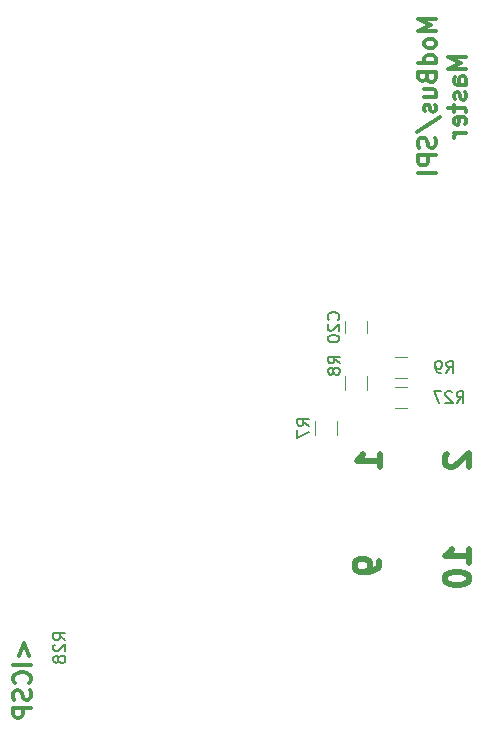
<source format=gbr>
G04 #@! TF.GenerationSoftware,KiCad,Pcbnew,(5.0.0)*
G04 #@! TF.CreationDate,2018-12-13T19:33:25+01:00*
G04 #@! TF.ProjectId,TrackModBusMaster_piggyback,547261636B4D6F644275734D61737465,rev?*
G04 #@! TF.SameCoordinates,Original*
G04 #@! TF.FileFunction,Legend,Bot*
G04 #@! TF.FilePolarity,Positive*
%FSLAX46Y46*%
G04 Gerber Fmt 4.6, Leading zero omitted, Abs format (unit mm)*
G04 Created by KiCad (PCBNEW (5.0.0)) date 12/13/18 19:33:25*
%MOMM*%
%LPD*%
G01*
G04 APERTURE LIST*
%ADD10C,0.300000*%
%ADD11C,0.500000*%
%ADD12C,0.120000*%
%ADD13C,0.150000*%
G04 APERTURE END LIST*
D10*
X106358571Y-106458000D02*
X106787142Y-105315142D01*
X107215714Y-106458000D01*
X107358571Y-107172285D02*
X105858571Y-107172285D01*
X107215714Y-108743714D02*
X107287142Y-108672285D01*
X107358571Y-108458000D01*
X107358571Y-108315142D01*
X107287142Y-108100857D01*
X107144285Y-107958000D01*
X107001428Y-107886571D01*
X106715714Y-107815142D01*
X106501428Y-107815142D01*
X106215714Y-107886571D01*
X106072857Y-107958000D01*
X105930000Y-108100857D01*
X105858571Y-108315142D01*
X105858571Y-108458000D01*
X105930000Y-108672285D01*
X106001428Y-108743714D01*
X107287142Y-109315142D02*
X107358571Y-109529428D01*
X107358571Y-109886571D01*
X107287142Y-110029428D01*
X107215714Y-110100857D01*
X107072857Y-110172285D01*
X106930000Y-110172285D01*
X106787142Y-110100857D01*
X106715714Y-110029428D01*
X106644285Y-109886571D01*
X106572857Y-109600857D01*
X106501428Y-109458000D01*
X106430000Y-109386571D01*
X106287142Y-109315142D01*
X106144285Y-109315142D01*
X106001428Y-109386571D01*
X105930000Y-109458000D01*
X105858571Y-109600857D01*
X105858571Y-109958000D01*
X105930000Y-110172285D01*
X107358571Y-110815142D02*
X105858571Y-110815142D01*
X105858571Y-111386571D01*
X105930000Y-111529428D01*
X106001428Y-111600857D01*
X106144285Y-111672285D01*
X106358571Y-111672285D01*
X106501428Y-111600857D01*
X106572857Y-111529428D01*
X106644285Y-111386571D01*
X106644285Y-110815142D01*
X141643571Y-52555000D02*
X140143571Y-52555000D01*
X141215000Y-53055000D01*
X140143571Y-53555000D01*
X141643571Y-53555000D01*
X141643571Y-54483571D02*
X141572142Y-54340714D01*
X141500714Y-54269285D01*
X141357857Y-54197857D01*
X140929285Y-54197857D01*
X140786428Y-54269285D01*
X140715000Y-54340714D01*
X140643571Y-54483571D01*
X140643571Y-54697857D01*
X140715000Y-54840714D01*
X140786428Y-54912142D01*
X140929285Y-54983571D01*
X141357857Y-54983571D01*
X141500714Y-54912142D01*
X141572142Y-54840714D01*
X141643571Y-54697857D01*
X141643571Y-54483571D01*
X141643571Y-56269285D02*
X140143571Y-56269285D01*
X141572142Y-56269285D02*
X141643571Y-56126428D01*
X141643571Y-55840714D01*
X141572142Y-55697857D01*
X141500714Y-55626428D01*
X141357857Y-55555000D01*
X140929285Y-55555000D01*
X140786428Y-55626428D01*
X140715000Y-55697857D01*
X140643571Y-55840714D01*
X140643571Y-56126428D01*
X140715000Y-56269285D01*
X140857857Y-57483571D02*
X140929285Y-57697857D01*
X141000714Y-57769285D01*
X141143571Y-57840714D01*
X141357857Y-57840714D01*
X141500714Y-57769285D01*
X141572142Y-57697857D01*
X141643571Y-57555000D01*
X141643571Y-56983571D01*
X140143571Y-56983571D01*
X140143571Y-57483571D01*
X140215000Y-57626428D01*
X140286428Y-57697857D01*
X140429285Y-57769285D01*
X140572142Y-57769285D01*
X140715000Y-57697857D01*
X140786428Y-57626428D01*
X140857857Y-57483571D01*
X140857857Y-56983571D01*
X140643571Y-59126428D02*
X141643571Y-59126428D01*
X140643571Y-58483571D02*
X141429285Y-58483571D01*
X141572142Y-58555000D01*
X141643571Y-58697857D01*
X141643571Y-58912142D01*
X141572142Y-59055000D01*
X141500714Y-59126428D01*
X141572142Y-59769285D02*
X141643571Y-59912142D01*
X141643571Y-60197857D01*
X141572142Y-60340714D01*
X141429285Y-60412142D01*
X141357857Y-60412142D01*
X141215000Y-60340714D01*
X141143571Y-60197857D01*
X141143571Y-59983571D01*
X141072142Y-59840714D01*
X140929285Y-59769285D01*
X140857857Y-59769285D01*
X140715000Y-59840714D01*
X140643571Y-59983571D01*
X140643571Y-60197857D01*
X140715000Y-60340714D01*
X140072142Y-62126428D02*
X142000714Y-60840714D01*
X141572142Y-62555000D02*
X141643571Y-62769285D01*
X141643571Y-63126428D01*
X141572142Y-63269285D01*
X141500714Y-63340714D01*
X141357857Y-63412142D01*
X141215000Y-63412142D01*
X141072142Y-63340714D01*
X141000714Y-63269285D01*
X140929285Y-63126428D01*
X140857857Y-62840714D01*
X140786428Y-62697857D01*
X140715000Y-62626428D01*
X140572142Y-62555000D01*
X140429285Y-62555000D01*
X140286428Y-62626428D01*
X140215000Y-62697857D01*
X140143571Y-62840714D01*
X140143571Y-63197857D01*
X140215000Y-63412142D01*
X141643571Y-64055000D02*
X140143571Y-64055000D01*
X140143571Y-64626428D01*
X140215000Y-64769285D01*
X140286428Y-64840714D01*
X140429285Y-64912142D01*
X140643571Y-64912142D01*
X140786428Y-64840714D01*
X140857857Y-64769285D01*
X140929285Y-64626428D01*
X140929285Y-64055000D01*
X141643571Y-65555000D02*
X140143571Y-65555000D01*
X144193571Y-55733571D02*
X142693571Y-55733571D01*
X143765000Y-56233571D01*
X142693571Y-56733571D01*
X144193571Y-56733571D01*
X144193571Y-58090714D02*
X143407857Y-58090714D01*
X143265000Y-58019285D01*
X143193571Y-57876428D01*
X143193571Y-57590714D01*
X143265000Y-57447857D01*
X144122142Y-58090714D02*
X144193571Y-57947857D01*
X144193571Y-57590714D01*
X144122142Y-57447857D01*
X143979285Y-57376428D01*
X143836428Y-57376428D01*
X143693571Y-57447857D01*
X143622142Y-57590714D01*
X143622142Y-57947857D01*
X143550714Y-58090714D01*
X144122142Y-58733571D02*
X144193571Y-58876428D01*
X144193571Y-59162142D01*
X144122142Y-59305000D01*
X143979285Y-59376428D01*
X143907857Y-59376428D01*
X143765000Y-59305000D01*
X143693571Y-59162142D01*
X143693571Y-58947857D01*
X143622142Y-58805000D01*
X143479285Y-58733571D01*
X143407857Y-58733571D01*
X143265000Y-58805000D01*
X143193571Y-58947857D01*
X143193571Y-59162142D01*
X143265000Y-59305000D01*
X143193571Y-59805000D02*
X143193571Y-60376428D01*
X142693571Y-60019285D02*
X143979285Y-60019285D01*
X144122142Y-60090714D01*
X144193571Y-60233571D01*
X144193571Y-60376428D01*
X144122142Y-61447857D02*
X144193571Y-61305000D01*
X144193571Y-61019285D01*
X144122142Y-60876428D01*
X143979285Y-60805000D01*
X143407857Y-60805000D01*
X143265000Y-60876428D01*
X143193571Y-61019285D01*
X143193571Y-61305000D01*
X143265000Y-61447857D01*
X143407857Y-61519285D01*
X143550714Y-61519285D01*
X143693571Y-60805000D01*
X144193571Y-62162142D02*
X143193571Y-62162142D01*
X143479285Y-62162142D02*
X143336428Y-62233571D01*
X143265000Y-62305000D01*
X143193571Y-62447857D01*
X143193571Y-62590714D01*
D11*
X142605238Y-89344571D02*
X142510000Y-89439809D01*
X142414761Y-89630285D01*
X142414761Y-90106476D01*
X142510000Y-90296952D01*
X142605238Y-90392190D01*
X142795714Y-90487428D01*
X142986190Y-90487428D01*
X143271904Y-90392190D01*
X144414761Y-89249333D01*
X144414761Y-90487428D01*
X144414761Y-98552047D02*
X144414761Y-97409190D01*
X144414761Y-97980619D02*
X142414761Y-97980619D01*
X142700476Y-97790142D01*
X142890952Y-97599666D01*
X142986190Y-97409190D01*
X142414761Y-99790142D02*
X142414761Y-99980619D01*
X142510000Y-100171095D01*
X142605238Y-100266333D01*
X142795714Y-100361571D01*
X143176666Y-100456809D01*
X143652857Y-100456809D01*
X144033809Y-100361571D01*
X144224285Y-100266333D01*
X144319523Y-100171095D01*
X144414761Y-99980619D01*
X144414761Y-99790142D01*
X144319523Y-99599666D01*
X144224285Y-99504428D01*
X144033809Y-99409190D01*
X143652857Y-99313952D01*
X143176666Y-99313952D01*
X142795714Y-99409190D01*
X142605238Y-99504428D01*
X142510000Y-99599666D01*
X142414761Y-99790142D01*
X136794761Y-98425047D02*
X136794761Y-98806000D01*
X136699523Y-98996476D01*
X136604285Y-99091714D01*
X136318571Y-99282190D01*
X135937619Y-99377428D01*
X135175714Y-99377428D01*
X134985238Y-99282190D01*
X134890000Y-99186952D01*
X134794761Y-98996476D01*
X134794761Y-98615523D01*
X134890000Y-98425047D01*
X134985238Y-98329809D01*
X135175714Y-98234571D01*
X135651904Y-98234571D01*
X135842380Y-98329809D01*
X135937619Y-98425047D01*
X136032857Y-98615523D01*
X136032857Y-98996476D01*
X135937619Y-99186952D01*
X135842380Y-99282190D01*
X135651904Y-99377428D01*
X136921761Y-90487428D02*
X136921761Y-89344571D01*
X136921761Y-89916000D02*
X134921761Y-89916000D01*
X135207476Y-89725523D01*
X135397952Y-89535047D01*
X135493190Y-89344571D01*
D12*
G04 #@! TO.C,R9*
X138184000Y-81132000D02*
X139184000Y-81132000D01*
X138184000Y-82952000D02*
X139184000Y-82952000D01*
G04 #@! TO.C,R7*
X133244000Y-87724064D02*
X133244000Y-86519936D01*
X131424000Y-87724064D02*
X131424000Y-86519936D01*
G04 #@! TO.C,R8*
X133964000Y-83914064D02*
X133964000Y-82709936D01*
X135784000Y-83914064D02*
X135784000Y-82709936D01*
G04 #@! TO.C,C20*
X135784000Y-79113000D02*
X135784000Y-78113000D01*
X133964000Y-79113000D02*
X133964000Y-78113000D01*
G04 #@! TO.C,R27*
X139184000Y-83672000D02*
X138184000Y-83672000D01*
X139184000Y-85492000D02*
X138184000Y-85492000D01*
G04 #@! TO.C,R9*
D13*
X142533666Y-82494380D02*
X142867000Y-82018190D01*
X143105095Y-82494380D02*
X143105095Y-81494380D01*
X142724142Y-81494380D01*
X142628904Y-81542000D01*
X142581285Y-81589619D01*
X142533666Y-81684857D01*
X142533666Y-81827714D01*
X142581285Y-81922952D01*
X142628904Y-81970571D01*
X142724142Y-82018190D01*
X143105095Y-82018190D01*
X142057476Y-82494380D02*
X141867000Y-82494380D01*
X141771761Y-82446761D01*
X141724142Y-82399142D01*
X141628904Y-82256285D01*
X141581285Y-82065809D01*
X141581285Y-81684857D01*
X141628904Y-81589619D01*
X141676523Y-81542000D01*
X141771761Y-81494380D01*
X141962238Y-81494380D01*
X142057476Y-81542000D01*
X142105095Y-81589619D01*
X142152714Y-81684857D01*
X142152714Y-81922952D01*
X142105095Y-82018190D01*
X142057476Y-82065809D01*
X141962238Y-82113428D01*
X141771761Y-82113428D01*
X141676523Y-82065809D01*
X141628904Y-82018190D01*
X141581285Y-81922952D01*
G04 #@! TO.C,R7*
X130881380Y-86955333D02*
X130405190Y-86622000D01*
X130881380Y-86383904D02*
X129881380Y-86383904D01*
X129881380Y-86764857D01*
X129929000Y-86860095D01*
X129976619Y-86907714D01*
X130071857Y-86955333D01*
X130214714Y-86955333D01*
X130309952Y-86907714D01*
X130357571Y-86860095D01*
X130405190Y-86764857D01*
X130405190Y-86383904D01*
X129881380Y-87288666D02*
X129881380Y-87955333D01*
X130881380Y-87526761D01*
G04 #@! TO.C,R8*
X133522980Y-81672133D02*
X133046790Y-81338800D01*
X133522980Y-81100704D02*
X132522980Y-81100704D01*
X132522980Y-81481657D01*
X132570600Y-81576895D01*
X132618219Y-81624514D01*
X132713457Y-81672133D01*
X132856314Y-81672133D01*
X132951552Y-81624514D01*
X132999171Y-81576895D01*
X133046790Y-81481657D01*
X133046790Y-81100704D01*
X132951552Y-82243561D02*
X132903933Y-82148323D01*
X132856314Y-82100704D01*
X132761076Y-82053085D01*
X132713457Y-82053085D01*
X132618219Y-82100704D01*
X132570600Y-82148323D01*
X132522980Y-82243561D01*
X132522980Y-82434038D01*
X132570600Y-82529276D01*
X132618219Y-82576895D01*
X132713457Y-82624514D01*
X132761076Y-82624514D01*
X132856314Y-82576895D01*
X132903933Y-82529276D01*
X132951552Y-82434038D01*
X132951552Y-82243561D01*
X132999171Y-82148323D01*
X133046790Y-82100704D01*
X133142028Y-82053085D01*
X133332504Y-82053085D01*
X133427742Y-82100704D01*
X133475361Y-82148323D01*
X133522980Y-82243561D01*
X133522980Y-82434038D01*
X133475361Y-82529276D01*
X133427742Y-82576895D01*
X133332504Y-82624514D01*
X133142028Y-82624514D01*
X133046790Y-82576895D01*
X132999171Y-82529276D01*
X132951552Y-82434038D01*
G04 #@! TO.C,C20*
X133376942Y-77970142D02*
X133424561Y-77922523D01*
X133472180Y-77779666D01*
X133472180Y-77684428D01*
X133424561Y-77541571D01*
X133329323Y-77446333D01*
X133234085Y-77398714D01*
X133043609Y-77351095D01*
X132900752Y-77351095D01*
X132710276Y-77398714D01*
X132615038Y-77446333D01*
X132519800Y-77541571D01*
X132472180Y-77684428D01*
X132472180Y-77779666D01*
X132519800Y-77922523D01*
X132567419Y-77970142D01*
X132567419Y-78351095D02*
X132519800Y-78398714D01*
X132472180Y-78493952D01*
X132472180Y-78732047D01*
X132519800Y-78827285D01*
X132567419Y-78874904D01*
X132662657Y-78922523D01*
X132757895Y-78922523D01*
X132900752Y-78874904D01*
X133472180Y-78303476D01*
X133472180Y-78922523D01*
X132472180Y-79541571D02*
X132472180Y-79636809D01*
X132519800Y-79732047D01*
X132567419Y-79779666D01*
X132662657Y-79827285D01*
X132853133Y-79874904D01*
X133091228Y-79874904D01*
X133281704Y-79827285D01*
X133376942Y-79779666D01*
X133424561Y-79732047D01*
X133472180Y-79636809D01*
X133472180Y-79541571D01*
X133424561Y-79446333D01*
X133376942Y-79398714D01*
X133281704Y-79351095D01*
X133091228Y-79303476D01*
X132853133Y-79303476D01*
X132662657Y-79351095D01*
X132567419Y-79398714D01*
X132519800Y-79446333D01*
X132472180Y-79541571D01*
G04 #@! TO.C,R27*
X143390857Y-85034380D02*
X143724190Y-84558190D01*
X143962285Y-85034380D02*
X143962285Y-84034380D01*
X143581333Y-84034380D01*
X143486095Y-84082000D01*
X143438476Y-84129619D01*
X143390857Y-84224857D01*
X143390857Y-84367714D01*
X143438476Y-84462952D01*
X143486095Y-84510571D01*
X143581333Y-84558190D01*
X143962285Y-84558190D01*
X143009904Y-84129619D02*
X142962285Y-84082000D01*
X142867047Y-84034380D01*
X142628952Y-84034380D01*
X142533714Y-84082000D01*
X142486095Y-84129619D01*
X142438476Y-84224857D01*
X142438476Y-84320095D01*
X142486095Y-84462952D01*
X143057523Y-85034380D01*
X142438476Y-85034380D01*
X142105142Y-84034380D02*
X141438476Y-84034380D01*
X141867047Y-85034380D01*
G04 #@! TO.C,R28*
X110254380Y-105110142D02*
X109778190Y-104776809D01*
X110254380Y-104538714D02*
X109254380Y-104538714D01*
X109254380Y-104919666D01*
X109302000Y-105014904D01*
X109349619Y-105062523D01*
X109444857Y-105110142D01*
X109587714Y-105110142D01*
X109682952Y-105062523D01*
X109730571Y-105014904D01*
X109778190Y-104919666D01*
X109778190Y-104538714D01*
X109349619Y-105491095D02*
X109302000Y-105538714D01*
X109254380Y-105633952D01*
X109254380Y-105872047D01*
X109302000Y-105967285D01*
X109349619Y-106014904D01*
X109444857Y-106062523D01*
X109540095Y-106062523D01*
X109682952Y-106014904D01*
X110254380Y-105443476D01*
X110254380Y-106062523D01*
X109682952Y-106633952D02*
X109635333Y-106538714D01*
X109587714Y-106491095D01*
X109492476Y-106443476D01*
X109444857Y-106443476D01*
X109349619Y-106491095D01*
X109302000Y-106538714D01*
X109254380Y-106633952D01*
X109254380Y-106824428D01*
X109302000Y-106919666D01*
X109349619Y-106967285D01*
X109444857Y-107014904D01*
X109492476Y-107014904D01*
X109587714Y-106967285D01*
X109635333Y-106919666D01*
X109682952Y-106824428D01*
X109682952Y-106633952D01*
X109730571Y-106538714D01*
X109778190Y-106491095D01*
X109873428Y-106443476D01*
X110063904Y-106443476D01*
X110159142Y-106491095D01*
X110206761Y-106538714D01*
X110254380Y-106633952D01*
X110254380Y-106824428D01*
X110206761Y-106919666D01*
X110159142Y-106967285D01*
X110063904Y-107014904D01*
X109873428Y-107014904D01*
X109778190Y-106967285D01*
X109730571Y-106919666D01*
X109682952Y-106824428D01*
G04 #@! TD*
M02*

</source>
